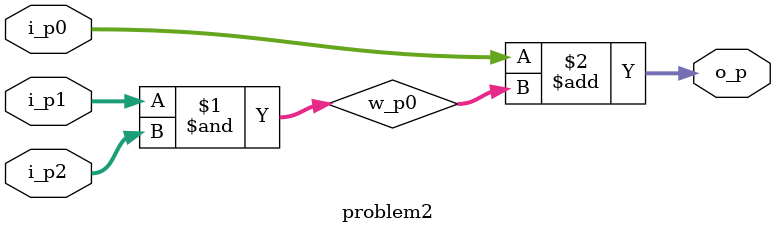
<source format=v>
module problem2 (
  input [7:0] i_p0,
  input [7:0] i_p1,
  input [7:0] i_p2,
  output [7:0] o_p
);

  wire [7:0] w_p0;

  assign w_p0 = i_p1 & i_p2;
  assign o_p = i_p0 + w_p0;

endmodule

</source>
